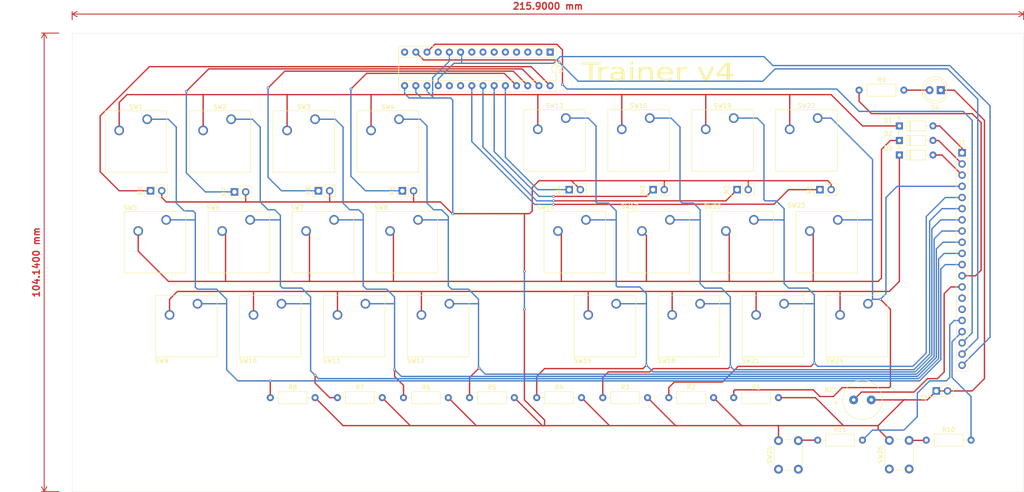
<source format=kicad_pcb>
(kicad_pcb (version 20240108) (generator "pcbnew") (generator_version "8.0")
  (title_block (title "TYPING TRAINER v3.1") (date "2024-07-10") (rev "3.1"))
  (layers (0 "F.Cu" signal) (31 "B.Cu" signal) (34 "B.Paste" user) (35 "F.Paste" user) (36 "B.SilkS" user "B.Silkscreen") (37 "F.SilkS" user "F.Silkscreen") (38 "B.Mask" user) (39 "F.Mask" user) (44 "Edge.Cuts" user))
  (net 0 "")
  (net 1 "GND")
  (net 2 "Net-(BZ1-+)")
  (net 3 "Net-(D1-K)")
  (net 4 "Net-(D1-A)")
  (net 5 "Net-(D2-K)")
  (net 6 "Net-(D2-A)")
  (net 7 "Net-(D3-K)")
  (net 8 "Net-(D3-A)")
  (net 9 "Net-(D4-A)")
  (net 10 "Net-(J1-Pin_8)")
  (net 11 "Net-(J1-Pin_17)")
  (net 12 "Net-(J1-Pin_12)")
  (net 13 "Net-(J1-Pin_9)")
  (net 14 "Net-(J1-Pin_5)")
  (net 15 "Net-(J1-Pin_11)")
  (net 16 "Net-(J1-Pin_19)")
  (net 17 "Net-(J1-Pin_6)")
  (net 19 "Net-(J1-Pin_16)")
  (net 20 "Net-(J1-Pin_7)")
  (net 21 "+5V")
  (net 22 "Net-(J1-Pin_4)")
  (net 23 "Net-(J1-Pin_10)")
  (net 24 "Net-(M1-+)")
  (net 25 "Net-(M2-+)")
  (net 26 "Net-(M3-+)")
  (net 27 "Net-(M4-+)")
  (net 28 "Net-(M5-+)")
  (net 29 "Net-(M6-+)")
  (net 30 "Net-(M7-+)")
  (net 31 "Net-(M8-+)")
  (net 32 "Net-(J1-Pin_18)")
  (net 34 "Net-(R10-Pad1)")
  (net 35 "Net-(R11-Pad1)")
  (footprint "Connector_PinHeader_2.54mm:PinHeader_1x02_P2.54mm_Vertical" (layer "F.Cu") (at 181.356 149.86 90)
    (property "Reference" "M4")
    (property "Value" "Motor_DC")
  )
  (footprint "Button_Switch_Keyboard:SW_Cherry_MX_1.00u_PCB" (layer "F.Cu") (at 108.966 156.718)
    (property "Reference" "SW6")
    (property "Value" "SW_DIP_x01")
  )
  (footprint "Button_Switch_Keyboard:SW_Cherry_MX_1.00u_PCB" (layer "F.Cu") (at 97.028 175.768)
    (property "Reference" "SW9")
    (property "Value" "SW_DIP_x01")
  )
  (footprint "Button_Switch_Keyboard:SW_Cherry_MX_1.00u_PCB" (layer "F.Cu") (at 218.694 133.604)
    (property "Reference" "SW19")
    (property "Value" "SW_DIP_x01")
  )
  (footprint "Button_Switch_Keyboard:SW_Cherry_MX_1.00u_PCB" (layer "F.Cu") (at 123.698 133.858)
    (property "Reference" "SW3")
    (property "Value" "SW_DIP_x01")
  )
  (footprint "Button_Switch_Keyboard:SW_Cherry_MX_1.00u_PCB" (layer "F.Cu") (at 223.266 156.718)
    (property "Reference" "SW20")
    (property "Value" "SW_DIP_x01")
  )
  (footprint "Resistor_THT:R_Axial_DIN0207_L6.3mm_D2.5mm_P10.16mm_Horizontal" (layer "F.Cu") (at 128.778 197.104)
    (property "Reference" "R7")
    (property "Value" "R")
  )
  (footprint "buzzer:XDCR_CMT-9648-85T" (layer "F.Cu") (at 247.904 197.612)
    (property "Reference" "BZ1")
    (property "Value" "Buzzer")
  )
  (footprint "Connector_PinHeader_2.54mm:PinHeader_1x20_P2.54mm_Vertical" (layer "F.Cu") (at 270.51 141.478)
    (property "Reference" "J1")
    (property "Value" "Conn_01x20_Pin")
  )
  (footprint "Connector_PinHeader_2.54mm:PinHeader_1x02_P2.54mm_Vertical" (layer "F.Cu") (at 264.663 195.58 90)
    (property "Reference" "J2")
    (property "Value" "Conn_01x02_Pin")
  )
  (footprint "Button_Switch_Keyboard:SW_Cherry_MX_1.00u_PCB" (layer "F.Cu") (at 242.316 156.718)
    (property "Reference" "SW23")
    (property "Value" "SW_DIP_x01")
  )
  (footprint "Resistor_THT:R_Axial_DIN0207_L6.3mm_D2.5mm_P10.16mm_Horizontal" (layer "F.Cu") (at 188.976 197.104)
    (property "Reference" "R3")
    (property "Value" "R")
  )
  (footprint "Button_Switch_Keyboard:SW_Cherry_MX_1.00u_PCB" (layer "F.Cu") (at 249.174 175.768)
    (property "Reference" "SW24")
    (property "Value" "SW_DIP_x01")
  )
  (footprint "Button_Switch_Keyboard:SW_Cherry_MX_1.00u_PCB" (layer "F.Cu") (at 230.124 175.768)
    (property "Reference" "SW21")
    (property "Value" "SW_DIP_x01")
  )
  (footprint "Diode_THT:D_DO-35_SOD27_P7.62mm_Horizontal" (layer "F.Cu") (at 256.286 135.382)
    (property "Reference" "D1")
    (property "Value" "1N4148")
  )
  (footprint "Button_Switch_Keyboard:SW_Cherry_MX_1.00u_PCB" (layer "F.Cu") (at 85.598 133.858)
    (property "Reference" "SW1")
    (property "Value" "SW_DIP_x01")
  )
  (footprint "Resistor_THT:R_Axial_DIN0207_L6.3mm_D2.5mm_P10.16mm_Horizontal" (layer "F.Cu") (at 203.962 197.104)
    (property "Reference" "R2")
    (property "Value" "R")
  )
  (footprint "Connector_PinHeader_2.54mm:PinHeader_1x02_P2.54mm_Vertical" (layer "F.Cu") (at 219.456 149.86 90)
    (property "Reference" "M2")
    (property "Value" "Motor_DC")
  )
  (footprint "LED_THT:LED_D5.0mm_FlatTop" (layer "F.Cu") (at 265.679 127.254 180)
    (property "Reference" "D4")
    (property "Value" "LED")
  )
  (footprint "Button_Switch_Keyboard:SW_Cherry_MX_1.00u_PCB" (layer "F.Cu") (at 211.074 175.768)
    (property "Reference" "SW18")
    (property "Value" "SW_DIP_x01")
  )
  (footprint "Button_Switch_Keyboard:SW_Cherry_MX_1.00u_PCB" (layer "F.Cu") (at 89.916 156.718)
    (property "Reference" "SW5")
    (property "Value" "SW_DIP_x01")
  )
  (footprint "Resistor_THT:R_Axial_DIN0207_L6.3mm_D2.5mm_P10.16mm_Horizontal" (layer "F.Cu") (at 262.382 206.756)
    (property "Reference" "R10")
    (property "Value" "R")
  )
  (footprint "Button_Switch_Keyboard:SW_Cherry_MX_1.00u_PCB" (layer "F.Cu") (at 199.644 133.604)
    (property "Reference" "SW16")
    (property "Value" "SW_DIP_x01")
  )
  (footprint "Button_Switch_Keyboard:SW_Cherry_MX_1.00u_PCB" (layer "F.Cu") (at 104.648 133.858)
    (property "Reference" "SW2")
    (property "Value" "SW_DIP_x01")
  )
  (footprint "Package_DIP:CERDIP-28_W7.62mm_SideBrazed_Socket" (layer "F.Cu") (at 177.038 118.618 -90)
    (property "Reference" "U2")
    (property "Value" "MCP23017_SP")
  )
  (footprint "Resistor_THT:R_Axial_DIN0207_L6.3mm_D2.5mm_P10.16mm_Horizontal" (layer "F.Cu") (at 143.764 197.104)
    (property "Reference" "R6")
    (property "Value" "R")
  )
  (footprint "MountingHole:MountingHole_3.2mm_M3" (layer "F.Cu") (at 276.86 210.82)
    (property "Reference" "H4" (hide yes))
    (property "Value" "MountingHole")
  )
  (footprint "Button_Switch_Keyboard:SW_Cherry_MX_1.00u_PCB" (layer "F.Cu") (at 237.744 133.604)
    (property "Reference" "SW22")
    (property "Value" "SW_DIP_x01")
  )
  (footprint "Resistor_THT:R_Axial_DIN0207_L6.3mm_D2.5mm_P10.16mm_Horizontal" (layer "F.Cu") (at 113.538 197.104)
    (property "Reference" "R8")
    (property "Value" "R")
  )
  (footprint "Diode_THT:D_DO-35_SOD27_P7.62mm_Horizontal" (layer "F.Cu") (at 256.286 138.684)
    (property "Reference" "D2")
    (property "Value" "1N4148")
  )
  (footprint "MountingHole:MountingHole_3.2mm_M3" (layer "F.Cu") (at 76.2 121.92)
    (property "Reference" "H1" (hide yes))
    (property "Value" "MountingHole")
  )
  (footprint "Button_Switch_Keyboard:SW_Cherry_MX_1.00u_PCB" (layer "F.Cu") (at 116.078 175.768)
    (property "Reference" "SW10")
    (property "Value" "SW_DIP_x01")
  )
  (footprint "Resistor_THT:R_Axial_DIN0207_L6.3mm_D2.5mm_P10.16mm_Horizontal" (layer "F.Cu") (at 158.75 197.104)
    (property "Reference" "R5")
    (property "Value" "R")
  )
  (footprint "MountingHole:MountingHole_3.2mm_M3" (layer "F.Cu") (at 76.2 210.82)
    (property "Reference" "H2" (hide yes))
    (property "Value" "MountingHole")
  )
  (footprint "MountingHole:MountingHole_3.2mm_M3" (layer "F.Cu") (at 276.86 121.92)
    (property "Reference" "H3" (hide yes))
    (property "Value" "MountingHole")
  )
  (footprint "Resistor_THT:R_Axial_DIN0207_L6.3mm_D2.5mm_P10.16mm_Horizontal" (layer "F.Cu") (at 218.694 197.104)
    (property "Reference" "R1")
    (property "Value" "R")
  )
  (footprint "Button_Switch_Keyboard:SW_Cherry_MX_1.00u_PCB" (layer "F.Cu") (at 192.024 175.768)
    (property "Reference" "SW15")
    (property "Value" "SW_DIP_x01")
  )
  (footprint "Button_Switch_Keyboard:SW_Cherry_MX_1.00u_PCB" (layer "F.Cu") (at 180.594 133.604)
    (property "Reference" "SW13")
    (property "Value" "SW_DIP_x01")
  )
  (footprint "Button_Switch_THT:SW_PUSH_6mm" (layer "F.Cu") (at 228.854 213.36 90)
    (property "Reference" "SW25")
    (property "Value" "SW_DIP_x02b")
  )
  (footprint "Connector_PinHeader_2.54mm:PinHeader_1x02_P2.54mm_Vertical" (layer "F.Cu") (at 124.46 150.114 90)
    (property "Reference" "M6")
    (property "Value" "Motor_DC")
  )
  (footprint "Button_Switch_Keyboard:SW_Cherry_MX_1.00u_PCB" (layer "F.Cu") (at 154.178 175.768)
    (property "Reference" "SW12")
    (property "Value" "SW_DIP_x01")
  )
  (footprint "Button_Switch_Keyboard:SW_Cherry_MX_1.00u_PCB" (layer "F.Cu") (at 128.016 156.718)
    (property "Reference" "SW7")
    (property "Value" "SW_DIP_x01")
  )
  (footprint "Diode_THT:D_DO-35_SOD27_P7.62mm_Horizontal" (layer "F.Cu") (at 256.286 141.986)
    (property "Reference" "D3")
    (property "Value" "1N4148")
  )
  (footprint "Connector_PinHeader_2.54mm:PinHeader_1x02_P2.54mm_Vertical" (layer "F.Cu") (at 143.51 150.114 90)
    (property "Reference" "M5")
    (property "Value" "Motor_DC")
  )
  (footprint "Button_Switch_Keyboard:SW_Cherry_MX_1.00u_PCB" (layer "F.Cu") (at 185.166 156.718)
    (property "Reference" "SW14")
    (property "Value" "SW_DIP_x01")
  )
  (footprint "Button_Switch_Keyboard:SW_Cherry_MX_1.00u_PCB" (layer "F.Cu") (at 204.216 156.718)
    (property "Reference" "SW17")
    (property "Value" "SW_DIP_x01")
  )
  (footprint "Button_Switch_Keyboard:SW_Cherry_MX_1.00u_PCB" (layer "F.Cu") (at 142.748 133.858)
    (property "Reference" "SW4")
    (property "Value" "SW_DIP_x01")
  )
  (footprint "Button_Switch_Keyboard:SW_Cherry_MX_1.00u_PCB" (layer "F.Cu") (at 147.066 156.718)
    (property "Reference" "SW8")
    (property "Value" "SW_DIP_x01")
  )
  (footprint "Resistor_THT:R_Axial_DIN0207_L6.3mm_D2.5mm_P10.16mm_Horizontal" (layer "F.Cu") (at 173.99 197.104)
    (property "Reference" "R4")
    (property "Value" "R")
  )
  (footprint "Connector_PinHeader_2.54mm:PinHeader_1x02_P2.54mm_Vertical" (layer "F.Cu") (at 105.41 150.368 90)
    (property "Reference" "M7")
    (property "Value" "Motor_DC")
  )
  (footprint "Button_Switch_THT:SW_PUSH_6mm" (layer "F.Cu") (at 254 213.308 90)
    (property "Reference" "SW26")
    (property "Value" "SW_DIP_x02b")
  )
  (footprint "Resistor_THT:R_Axial_DIN0207_L6.3mm_D2.5mm_P10.16mm_Horizontal" (layer "F.Cu") (at 247.142 127.254)
    (property "Reference" "R9")
    (property "Value" "R")
  )
  (footprint "Connector_PinHeader_2.54mm:PinHeader_1x02_P2.54mm_Vertical" (layer "F.Cu") (at 200.406 149.86 90)
    (property "Reference" "M3")
    (property "Value" "Motor_DC")
  )
  (footprint "Resistor_THT:R_Axial_DIN0207_L6.3mm_D2.5mm_P10.16mm_Horizontal" (layer "F.Cu") (at 237.744 206.756)
    (property "Reference" "R11")
    (property "Value" "R")
  )
  (footprint "Button_Switch_Keyboard:SW_Cherry_MX_1.00u_PCB" (layer "F.Cu") (at 135.128 175.768)
    (property "Reference" "SW11")
    (property "Value" "SW_DIP_x01")
  )
  (footprint "Connector_PinHeader_2.54mm:PinHeader_1x02_P2.54mm_Vertical" (layer "F.Cu") (at 86.36 150.114 90)
    (property "Reference" "M8")
    (property "Value" "Motor_DC")
  )
  (footprint "Connector_PinHeader_2.54mm:PinHeader_1x02_P2.54mm_Vertical" (layer "F.Cu") (at 238.252 149.86 90)
    (property "Reference" "M1")
    (property "Value" "Motor_DC")
  )
  (gr_rect (start 68.58 114.3) (end 284.48 218.44) (stroke (width 0.05)) (fill none) (layer "Edge.Cuts"))
  (gr_text "Trainer v4" (at 184.15 125.73 0) (layer "F.SilkS") (effects (font (size 4 5) (thickness 0.1)) (justify left bottom)))
  (dimension (type aligned) (layer "F.Cu") (pts (xy 68.58 111.76) (xy 284.48 111.76)) (height -1.778) (gr_text "215.9000 mm" (at 176.53 108.182 0) (layer "F.Cu") (effects (font (size 1.5 1.5) (thickness 0.3)))) (format (prefix "") (suffix "") (units 3) (units_format 1) (precision 4)) (style (thickness 0.2) (arrow_length 1.27) (text_position_mode 0) (extension_height 0.58642) (extension_offset 0.5) keep_text_aligned))
  (dimension (type aligned) (layer "F.Cu") (pts (xy 66.04 114.3) (xy 66.04 218.44)) (height 3.809999) (gr_text "104.1400 mm" (at 60.430001 166.37 90) (layer "F.Cu") (effects (font (size 1.5 1.5) (thickness 0.3)))) (format (prefix "") (suffix "") (units 3) (units_format 1) (precision 4)) (style (thickness 0.2) (arrow_length 1.27) (text_position_mode 0) (extension_height 0.58642) (extension_offset 0.5) keep_text_aligned))
  (segment (start 184.15 197.104) (end 190.5 203.454) (width 0.3) (layer "F.Cu") (net 1))
  (segment (start 181.864 147.828) (end 202.946 147.828) (width 0.3) (layer "F.Cu") (net 1))
  (segment (start 175.768 203.454) (end 190.5 203.454) (width 0.3) (layer "F.Cu") (net 1))
  (segment (start 214.122 197.104) (end 220.472 203.454) (width 0.3) (layer "F.Cu") (net 1))
  (segment (start 220.726 203.454) (end 228.6 203.454) (width 0.3) (layer "F.Cu") (net 1))
  (segment (start 174.498 147.828) (end 181.864 147.828) (width 0.3) (layer "F.Cu") (net 1))
  (segment (start 171.196 197.612) (end 171.196 191.008) (width 0.3) (layer "F.Cu") (net 1))
  (segment (start 172.974 154.686) (end 172.974 149.352) (width 0.3) (layer "F.Cu") (net 1))
  (segment (start 130.048 203.454) (end 145.288 203.454) (width 0.3) (layer "F.Cu") (net 1))
  (segment (start 251.46 204.268) (end 251.46 203.454) (width 0.3) (layer "F.Cu") (net 1))
  (segment (start 127 152.654) (end 107.95 152.654) (width 0.3) (layer "F.Cu") (net 1))
  (segment (start 251.46 203.454) (end 257.302 197.612) (width 0.3) (layer "F.Cu") (net 1))
  (segment (start 275.59 192.786) (end 272.796 195.58) (width 0.3) (layer "F.Cu") (net 1))
  (segment (start 153.924 197.104) (end 160.274 203.454) (width 0.3) (layer "F.Cu") (net 1))
  (segment (start 123.698 197.104) (end 130.048 203.454) (width 0.3) (layer "F.Cu") (net 1))
  (segment (start 264.663 195.58) (end 267.203 195.58) (width 0.3) (layer "F.Cu") (net 1))
  (segment (start 205.486 203.454) (end 205.74 203.454) (width 0.3) (layer "F.Cu") (net 1))
  (segment (start 154.94 155.314) (end 154.806 155.314) (width 0.3) (layer "F.Cu") (net 1))
  (segment (start 220.472 203.454) (end 220.726 203.454) (width 0.3) (layer "F.Cu") (net 1))
  (segment (start 202.946 149.86) (end 202.946 147.828) (width 0.3) (layer "F.Cu") (net 1))
  (segment (start 175.768 203.454) (end 175.768 202.184) (width 0.3) (layer "F.Cu") (net 1))
  (segment (start 228.854 197.104) (end 237.236 197.104) (width 0.3) (layer "F.Cu") (net 1))
  (segment (start 145.288 203.454) (end 160.274 203.454) (width 0.3) (layer "F.Cu") (net 1))
  (segment (start 221.996 149.86) (end 221.996 147.828) (width 0.3) (layer "F.Cu") (net 1))
  (segment (start 172.974 149.352) (end 174.498 147.828) (width 0.3) (layer "F.Cu") (net 1))
  (segment (start 190.5 203.454) (end 205.74 203.454) (width 0.3) (layer "F.Cu") (net 1))
  (segment (start 146.05 152.654) (end 127 152.654) (width 0.3) (layer "F.Cu") (net 1))
  (segment (start 240.03 147.828) (end 240.792 148.59) (width 0.3) (layer "F.Cu") (net 1))
  (segment (start 237.236 197.104) (end 243.586 203.454) (width 0.3) (layer "F.Cu") (net 1))
  (segment (start 164.204 155.314) (end 171.196 155.314) (width 0.3) (layer "F.Cu") (net 1))
  (segment (start 183.896 149.86) (end 181.864 147.828) (width 0.3) (layer "F.Cu") (net 1))
  (segment (start 171.196 168.402) (end 171.196 155.314) (width 0.3) (layer "F.Cu") (net 1))
  (segment (start 107.95 150.368) (end 107.95 152.654) (width 0.3) (layer "F.Cu") (net 1))
  (segment (start 199.136 197.104) (end 205.486 203.454) (width 0.3) (layer "F.Cu") (net 1))
  (segment (start 164.204 155.314) (end 154.94 155.314) (width 0.3) (layer "F.Cu") (net 1))
  (segment (start 221.996 147.828) (end 240.03 147.828) (width 0.3) (layer "F.Cu") (net 1))
  (segment (start 168.91 197.104) (end 175.26 203.454) (width 0.3) (layer "F.Cu") (net 1))
  (segment (start 107.95 152.654) (end 89.916 152.654) (width 0.3) (layer "F.Cu") (net 1))
  (segment (start 89.916 152.654) (end 88.9 151.638) (width 0.3) (layer "F.Cu") (net 1))
  (segment (start 257.556 197.612) (end 262.631 197.612) (width 0.3) (layer "F.Cu") (net 1))
  (segment (start 171.196 155.314) (end 172.346 155.314) (width 0.3) (layer "F.Cu") (net 1))
  (segment (start 160.274 203.454) (end 175.514 203.454) (width 0.3) (layer "F.Cu") (net 1))
  (segment (start 154.806 155.314) (end 152.146 152.654) (width 0.3) (layer "F.Cu") (net 1))
  (segment (start 172.212 198.628) (end 171.196 197.612) (width 0.3) (layer "F.Cu") (net 1))
  (segment (start 171.196 191.008) (end 171.196 177.038) (width 0.3) (layer "F.Cu") (net 1))
  (segment (start 127 150.114) (end 127 152.654) (width 0.3) (layer "F.Cu") (net 1))
  (segment (start 228.6 203.454) (end 228.854 203.454) (width 0.3) (layer "F.Cu") (net 1))
  (segment (start 257.302 197.612) (end 257.556 197.612) (width 0.3) (layer "F.Cu") (net 1))
  (segment (start 146.05 150.114) (end 146.05 152.654) (width 0.3) (layer "F.Cu") (net 1))
  (segment (start 175.26 203.454) (end 175.514 203.454) (width 0.3) (layer "F.Cu") (net 1))
  (segment (start 228.854 203.454) (end 243.586 203.454) (width 0.3) (layer "F.Cu") (net 1))
  (segment (start 254 206.808) (end 251.46 204.268) (width 0.3) (layer "F.Cu") (net 1))
  (segment (start 265.679 127.254) (end 268.732 127.254) (width 0.3) (layer "F.Cu") (net 1))
  (segment (start 275.59 134.112) (end 275.59 192.786) (width 0.3) (layer "F.Cu") (net 1))
  (segment (start 175.514 203.454) (end 175.768 203.454) (width 0.3) (layer "F.Cu") (net 1))
  (segment (start 262.631 197.612) (end 264.663 195.58) (width 0.3) (layer "F.Cu") (net 1))
  (segment (start 172.346 155.314) (end 172.974 154.686) (width 0.3) (layer "F.Cu") (net 1))
  (segment (start 175.768 202.184) (end 172.212 198.628) (width 0.3) (layer "F.Cu") (net 1))
  (segment (start 272.796 195.58) (end 267.203 195.58) (width 0.3) (layer "F.Cu") (net 1))
  (segment (start 205.74 203.454) (end 220.726 203.454) (width 0.3) (layer "F.Cu") (net 1))
  (segment (start 243.586 203.454) (end 251.46 203.454) (width 0.3) (layer "F.Cu") (net 1))
  (segment (start 228.854 206.86) (end 228.854 203.454) (width 0.3) (layer "F.Cu") (net 1))
  (segment (start 152.146 152.654) (end 146.05 152.654) (width 0.3) (layer "F.Cu") (net 1))
  (segment (start 202.946 147.828) (end 221.996 147.828) (width 0.3) (layer "F.Cu") (net 1))
  (segment (start 249.904 197.612) (end 257.556 197.612) (width 0.3) (layer "F.Cu") (net 1))
  (segment (start 268.732 127.254) (end 275.59 134.112) (width 0.3) (layer "F.Cu") (net 1))
  (segment (start 88.9 151.638) (end 88.9 150.114) (width 0.3) (layer "F.Cu") (net 1))
  (segment (start 240.792 148.59) (end 240.792 149.86) (width 0.3) (layer "F.Cu") (net 1))
  (segment (start 138.938 197.104) (end 145.288 203.454) (width 0.3) (layer "F.Cu") (net 1))
  (via (at 171.196 177.038) (size 0.6) (drill 0.3) (layers "F.Cu" "B.Cu") (net 1))
  (via (at 171.196 168.402) (size 0.6) (drill 0.3) (layers "F.Cu" "B.Cu") (net 1))
  (via (at 154.94 155.314) (size 0.6) (drill 0.3) (layers "F.Cu" "B.Cu") (net 1))
  (segment (start 154.432 129.032) (end 150.622 129.032) (width 0.3) (layer "B.Cu") (net 1))
  (segment (start 154.178 120.65) (end 150.368 124.46) (width 0.3) (layer "B.Cu") (net 1))
  (segment (start 154.178 118.618) (end 154.178 120.65) (width 0.3) (layer "B.Cu") (net 1))
  (segment (start 171.196 177.038) (end 171.196 168.402) (width 0.3) (layer "B.Cu") (net 1))
  (segment (start 146.558 127.762) (end 147.828 129.032) (width 0.3) (layer "B.Cu") (net 1))
  (segment (start 150.368 128.778) (end 150.622 129.032) (width 0.3) (layer "B.Cu") (net 1))
  (segment (start 150.622 129.032) (end 149.098 127.508) (width 0.3) (layer "B.Cu") (net 1))
  (segment (start 144.018 128.016) (end 145.034 129.032) (width 0.3) (layer "B.Cu") (net 1))
  (segment (start 145.034 129.032) (end 147.828 129.032) (width 0.3) (layer "B.Cu") (net 1))
  (segment (start 150.368 124.46) (end 150.368 128.778) (width 0.3) (layer "B.Cu") (net 1))
  (segment (start 144.018 126.238) (end 144.018 128.016) (width 0.3) (layer "B.Cu") (net 1))
  (segment (start 154.94 155.314) (end 154.94 129.54) (width 0.3) (layer "B.Cu") (net 1))
  (segment (start 147.828 129.032) (end 150.622 129.032) (width 0.3) (layer "B.Cu") (net 1))
  (segment (start 149.098 127.508) (end 149.098 126.238) (width 0.3) (layer "B.Cu") (net 1))
  (segment (start 154.94 129.54) (end 154.432 129.032) (width 0.3) (layer "B.Cu") (net 1))
  (segment (start 146.558 126.238) (end 146.558 127.762) (width 0.3) (layer "B.Cu") (net 1))
  (segment (start 266.446 191.262) (end 266.446 173.482) (width 0.3) (layer "F.Cu") (net 2))
  (segment (start 267.97 171.958) (end 270.51 171.958) (width 0.3) (layer "F.Cu") (net 2))
  (segment (start 266.446 173.482) (end 267.97 171.958) (width 0.3) (layer "F.Cu") (net 2))
  (segment (start 264.922 192.786) (end 266.446 191.262) (width 0.3) (layer "F.Cu") (net 2))
  (segment (start 259.588 195.834) (end 262.636 192.786) (width 0.3) (layer "F.Cu") (net 2))
  (segment (start 262.636 192.786) (end 264.922 192.786) (width 0.3) (layer "F.Cu") (net 2))
  (segment (start 245.904 197.612) (end 247.682 195.834) (width 0.3) (layer "F.Cu") (net 2))
  (segment (start 247.682 195.834) (end 259.588 195.834) (width 0.3) (layer "F.Cu") (net 2))
  (segment (start 174.244 136.144) (end 174.244 128.27) (width 0.3) (layer "F.Cu") (net 3))
  (segment (start 174.244 128.27) (end 136.398 128.27) (width 0.3) (layer "F.Cu") (net 3))
  (segment (start 256.286 135.382) (end 247.904 135.382) (width 0.3) (layer "F.Cu") (net 3))
  (segment (start 193.294 128.27) (end 174.244 128.27) (width 0.3) (layer "F.Cu") (net 3))
  (segment (start 136.398 128.27) (end 117.348 128.27) (width 0.3) (layer "F.Cu") (net 3))
  (segment (start 240.792 128.27) (end 231.394 128.27) (width 0.3) (layer "F.Cu") (net 3))
  (segment (start 98.298 136.398) (end 98.298 128.27) (width 0.3) (layer "F.Cu") (net 3))
  (segment (start 212.344 136.144) (end 212.344 128.27) (width 0.3) (layer "F.Cu") (net 3))
  (segment (start 212.344 128.27) (end 193.294 128.27) (width 0.3) (layer "F.Cu") (net 3))
  (segment (start 98.298 128.27) (end 81.026 128.27) (width 0.3) (layer "F.Cu") (net 3))
  (segment (start 231.394 128.27) (end 212.344 128.27) (width 0.3) (layer "F.Cu") (net 3))
  (segment (start 247.904 135.382) (end 240.792 128.27) (width 0.3) (layer "F.Cu") (net 3))
  (segment (start 79.248 130.048) (end 79.248 136.398) (width 0.3) (layer "F.Cu") (net 3))
  (segment (start 117.348 128.27) (end 98.298 128.27) (width 0.3) (layer "F.Cu") (net 3))
  (segment (start 117.348 136.398) (end 117.348 128.27) (width 0.3) (layer "F.Cu") (net 3))
  (segment (start 193.294 136.144) (end 193.294 128.27) (width 0.3) (layer "F.Cu") (net 3))
  (segment (start 136.398 136.398) (end 136.398 128.27) (width 0.3) (layer "F.Cu") (net 3))
  (segment (start 81.026 128.27) (end 79.248 130.048) (width 0.3) (layer "F.Cu") (net 3))
  (segment (start 231.394 136.144) (end 231.394 128.27) (width 0.3) (layer "F.Cu") (net 3))
  (segment (start 265.43 135.382) (end 270.51 140.462) (width 0.3) (layer "F.Cu") (net 4))
  (segment (start 270.51 140.462) (end 270.51 141.478) (width 0.3) (layer "F.Cu") (net 4))
  (segment (start 263.906 135.382) (end 265.43 135.382) (width 0.3) (layer "F.Cu") (net 4))
  (segment (start 178.816 159.258) (end 179.578 160.02) (width 0.3) (layer "F.Cu") (net 5))
  (segment (start 197.866 159.258) (end 198.882 160.274) (width 0.3) (layer "F.Cu") (net 5))
  (segment (start 103.378 170.688) (end 122.428 170.688) (width 0.3) (layer "F.Cu") (net 5))
  (segment (start 235.966 159.258) (end 236.728 160.02) (width 0.3) (layer "F.Cu") (net 5))
  (segment (start 236.728 170.688) (end 251.46 170.688) (width 0.3) (layer "F.Cu") (net 5))
  (segment (start 103.378 160.02) (end 103.378 170.688) (width 0.3) (layer "F.Cu") (net 5))
  (segment (start 83.566 159.258) (end 83.566 163.83) (width 0.3) (layer "F.Cu") (net 5))
  (segment (start 102.616 159.258) (end 103.378 160.02) (width 0.3) (layer "F.Cu") (net 5))
  (segment (start 216.916 159.258) (end 217.678 160.02) (width 0.3) (layer "F.Cu") (net 5))
  (segment (start 140.716 159.258) (end 141.478 160.02) (width 0.3) (layer "F.Cu") (net 5))
  (segment (start 179.578 170.688) (end 198.882 170.688) (width 0.3) (layer "F.Cu") (net 5))
  (segment (start 121.666 159.258) (end 122.428 160.02) (width 0.3) (layer "F.Cu") (net 5))
  (segment (start 236.728 160.02) (end 236.728 170.688) (width 0.3) (layer "F.Cu") (net 5))
  (segment (start 83.566 163.83) (end 90.424 170.688) (width 0.3) (layer "F.Cu") (net 5))
  (segment (start 179.578 160.02) (end 179.578 170.688) (width 0.3) (layer "F.Cu") (net 5))
  (segment (start 217.678 170.688) (end 236.728 170.688) (width 0.3) (layer "F.Cu") (net 5))
  (segment (start 141.478 160.02) (end 141.478 170.688) (width 0.3) (layer "F.Cu") (net 5))
  (segment (start 252.222 169.926) (end 252.222 140.716) (width 0.3) (layer "F.Cu") (net 5))
  (segment (start 141.478 170.688) (end 179.578 170.688) (width 0.3) (layer "F.Cu") (net 5))
  (segment (start 198.882 170.688) (end 217.678 170.688) (width 0.3) (layer "F.Cu") (net 5))
  (segment (start 122.428 170.688) (end 141.478 170.688) (width 0.3) (layer "F.Cu") (net 5))
  (segment (start 122.428 160.02) (end 122.428 170.688) (width 0.3) (layer "F.Cu") (net 5))
  (segment (start 251.46 170.688) (end 252.222 169.926) (width 0.3) (layer "F.Cu") (net 5))
  (segment (start 254.254 138.684) (end 256.286 138.684) (width 0.3) (layer "F.Cu") (net 5))
  (segment (start 198.882 160.274) (end 198.882 170.688) (width 0.3) (layer "F.Cu") (net 5))
  (segment (start 252.222 140.716) (end 254.254 138.684) (width 0.3) (layer "F.Cu") (net 5))
  (segment (start 90.424 170.688) (end 103.378 170.688) (width 0.3) (layer "F.Cu") (net 5))
  (segment (start 217.678 160.02) (end 217.678 170.688) (width 0.3) (layer "F.Cu") (net 5))
  (segment (start 265.176 138.684) (end 270.51 144.018) (width 0.3) (layer "F.Cu") (net 6))
  (segment (start 263.906 138.684) (end 265.176 138.684) (width 0.3) (layer "F.Cu") (net 6))
  (segment (start 254 172.974) (end 242.824 172.974) (width 0.3) (layer "F.Cu") (net 7))
  (segment (start 147.828 178.308) (end 147.828 172.974) (width 0.3) (layer "F.Cu") (net 7))
  (segment (start 185.674 172.974) (end 147.828 172.974) (width 0.3) (layer "F.Cu") (net 7))
  (segment (start 223.774 178.308) (end 223.774 172.974) (width 0.3) (layer "F.Cu") (net 7))
  (segment (start 128.778 172.974) (end 109.728 172.974) (width 0.3) (layer "F.Cu") (net 7))
  (segment (start 242.824 172.974) (end 223.774 172.974) (width 0.3) (layer "F.Cu") (net 7))
  (segment (start 109.728 172.974) (end 92.456 172.974) (width 0.3) (layer "F.Cu") (net 7))
  (segment (start 204.724 178.308) (end 204.724 172.974) (width 0.3) (layer "F.Cu") (net 7))
  (segment (start 185.674 178.308) (end 185.674 172.974) (width 0.3) (layer "F.Cu") (net 7))
  (segment (start 242.824 178.308) (end 242.824 172.974) (width 0.3) (layer "F.Cu") (net 7))
  (segment (start 223.774 172.974) (end 204.724 172.974) (width 0.3) (layer "F.Cu") (net 7))
  (segment (start 90.678 174.752) (end 90.678 178.308) (width 0.3) (layer "F.Cu") (net 7))
  (segment (start 256.286 170.688) (end 254 172.974) (width 0.3) (layer "F.Cu") (net 7))
  (segment (start 128.778 178.308) (end 128.778 172.974) (width 0.3) (layer "F.Cu") (net 7))
  (segment (start 147.828 172.974) (end 128.778 172.974) (width 0.3) (layer "F.Cu") (net 7))
  (segment (start 109.728 178.308) (end 109.728 172.974) (width 0.3) (layer "F.Cu") (net 7))
  (segment (start 92.456 172.974) (end 90.678 174.752) (width 0.3) (layer "F.Cu") (net 7))
  (segment (start 204.724 172.974) (end 185.674 172.974) (width 0.3) (layer "F.Cu") (net 7))
  (segment (start 256.286 141.986) (end 256.286 170.688) (width 0.3) (layer "F.Cu") (net 7))
  (segment (start 265.938 141.986) (end 270.51 146.558) (width 0.3) (layer "F.Cu") (net 8))
  (segment (start 263.906 141.986) (end 265.938 141.986) (width 0.3) (layer "F.Cu") (net 8))
  (segment (start 257.302 127.254) (end 263.139 127.254) (width 0.3) (layer "F.Cu") (net 9))
  (segment (start 158.75 192.532) (end 160.909 190.373) (width 0.3) (layer "F.Cu") (net 10))
  (segment (start 158.75 197.104) (end 158.75 192.532) (width 0.3) (layer "F.Cu") (net 10))
  (via (at 160.909 190.373) (size 0.6) (drill 0.3) (layers "F.Cu" "B.Cu") (net 10))
  (segment (start 260.150894 191.77) (end 264.16 187.760894) (width 0.3) (layer "B.Cu") (net 10))
  (segment (start 142.748 133.858) (end 147.574 133.858) (width 0.3) (layer "B.Cu") (net 10))
  (segment (start 147.574 133.858) (end 149.098 135.382) (width 0.3) (layer "B.Cu") (net 10))
  (segment (start 154.178 175.768) (end 160.782 175.768) (width 0.3) (layer "B.Cu") (net 10))
  (segment (start 264.16 161.036) (end 265.938 159.258) (width 0.3) (layer "B.Cu") (net 10))
  (segment (start 264.16 187.760894) (end 264.16 161.036) (width 0.3) (layer "B.Cu") (net 10))
  (segment (start 265.938 159.258) (end 270.51 159.258) (width 0.3) (layer "B.Cu") (net 10))
  (segment (start 147.066 156.718) (end 153.924 156.718) (width 0.3) (layer "B.Cu") (net 10))
  (segment (start 149.098 135.382) (end 149.098 152.908) (width 0.3) (layer "B.Cu") (net 10))
  (segment (start 162.306 191.77) (end 260.150894 191.77) (width 0.3) (layer "B.Cu") (net 10))
  (segment (start 160.909 190.373) (end 162.306 191.77) (width 0.3) (layer "B.Cu") (net 10))
  (segment (start 153.924 156.718) (end 153.924 171.704) (width 0.3) (layer "B.Cu") (net 10))
  (segment (start 153.924 171.704) (end 154.686 172.466) (width 0.3) (layer "B.Cu") (net 10))
  (segment (start 153.924 155.956) (end 153.924 156.718) (width 0.3) (layer "B.Cu") (net 10))
  (segment (start 158.496 172.466) (end 160.782 174.752) (width 0.3) (layer "B.Cu") (net 10))
  (segment (start 154.686 172.466) (end 158.496 172.466) (width 0.3) (layer "B.Cu") (net 10))
  (segment (start 160.782 175.768) (end 160.782 190.246) (width 0.3) (layer "B.Cu") (net 10))
  (segment (start 160.782 174.752) (end 160.782 175.768) (width 0.3) (layer "B.Cu") (net 10))
  (segment (start 150.622 154.432) (end 152.4 154.432) (width 0.3) (layer "B.Cu") (net 10))
  (segment (start 160.782 190.246) (end 160.909 190.373) (width 0.3) (layer "B.Cu") (net 10))
  (segment (start 149.098 152.908) (end 150.622 154.432) (width 0.3) (layer "B.Cu") (net 10))
  (segment (start 152.4 154.432) (end 153.924 155.956) (width 0.3) (layer "B.Cu") (net 10))
  (segment (start 272.542 196.85) (end 272.542 206.756) (width 0.3) (layer "B.Cu") (net 11))
  (segment (start 268.224 192.532) (end 272.542 196.85) (width 0.3) (layer "B.Cu") (net 11))
  (segment (start 268.224 184.404) (end 268.224 192.532) (width 0.3) (layer "B.Cu") (net 11))
  (segment (start 270.51 182.118) (end 268.224 184.404) (width 0.3) (layer "B.Cu") (net 11))
  (segment (start 272.796 132.588) (end 249.936 132.588) (width 0.3) (layer "F.Cu") (net 12))
  (segment (start 274.828 168.148) (end 274.828 134.62) (width 0.3) (layer "F.Cu") (net 12))
  (segment (start 273.558 169.418) (end 274.828 168.148) (width 0.3) (layer "F.Cu") (net 12))
  (segment (start 270.51 169.418) (end 273.558 169.418) (width 0.3) (layer "F.Cu") (net 12))
  (segment (start 247.142 129.794) (end 247.142 127.254) (width 0.3) (layer "F.Cu") (net 12))
  (segment (start 274.828 134.62) (end 272.796 132.588) (width 0.3) (layer "F.Cu") (net 12))
  (segment (start 249.936 132.588) (end 247.142 129.794) (width 0.3) (layer "F.Cu") (net 12))
  (segment (start 143.764 194.31) (end 141.732 192.278) (width 0.3) (layer "F.Cu") (net 13))
  (segment (start 143.764 197.104) (end 143.764 194.31) (width 0.3) (layer "F.Cu") (net 13))
  (segment (start 141.732 192.278) (end 141.732 190.754) (width 0.3) (layer "F.Cu") (net 13))
  (via (at 141.732 190.754) (size 0.6) (drill 0.3) (layers "F.Cu" "B.Cu") (net 13))
  (segment (start 134.62 171.704) (end 135.382 172.466) (width 0.3) (layer "B.Cu") (net 13))
  (segment (start 264.668 163.322) (end 266.192 161.798) (width 0.3) (layer "B.Cu") (net 13))
  (segment (start 123.698 133.858) (end 128.27 133.858) (width 0.3) (layer "B.Cu") (net 13))
  (segment (start 130.048 135.636) (end 130.048 152.908) (width 0.3) (layer "B.Cu") (net 13))
  (segment (start 141.732 174.244) (end 141.732 175.768) (width 0.3) (layer "B.Cu") (net 13))
  (segment (start 141.732 175.768) (end 141.732 190.754) (width 0.3) (layer "B.Cu") (net 13))
  (segment (start 134.62 156.718) (end 134.62 171.704) (width 0.3) (layer "B.Cu") (net 13))
  (segment (start 128.27 133.858) (end 130.048 135.636) (width 0.3) (layer "B.Cu") (net 13))
  (segment (start 134.62 155.448) (end 134.62 156.718) (width 0.3) (layer "B.Cu") (net 13))
  (segment (start 143.256 192.278) (end 260.35 192.278) (width 0.3) (layer "B.Cu") (net 13))
  (segment (start 139.954 172.466) (end 141.732 174.244) (width 0.3) (layer "B.Cu") (net 13))
  (segment (start 133.604 154.432) (end 134.62 155.448) (width 0.3) (layer "B.Cu") (net 13))
  (segment (start 141.732 190.754) (end 143.256 192.278) (width 0.3) (layer "B.Cu") (net 13))
  (segment (start 266.192 161.798) (end 270.51 161.798) (width 0.3) (layer "B.Cu") (net 13))
  (segment (start 135.128 175.768) (end 141.732 175.768) (width 0.3) (layer "B.Cu") (net 13))
  (segment (start 260.35 192.278) (end 264.668 187.96) (width 0.3) (layer "B.Cu") (net 13))
  (segment (start 264.668 187.96) (end 264.668 163.322) (width 0.3) (layer "B.Cu") (net 13))
  (segment (start 131.572 154.432) (end 133.604 154.432) (width 0.3) (layer "B.Cu") (net 13))
  (segment (start 128.016 156.718) (end 134.62 156.718) (width 0.3) (layer "B.Cu") (net 13))
  (segment (start 130.048 152.908) (end 131.572 154.432) (width 0.3) (layer "B.Cu") (net 13))
  (segment (start 135.382 172.466) (end 139.954 172.466) (width 0.3) (layer "B.Cu") (net 13))
  (segment (start 205.232 193.548) (end 216.154 193.548) (width 0.3) (layer "F.Cu") (net 14))
  (segment (start 219.71 189.992) (end 236.22 189.992) (width 0.3) (layer "F.Cu") (net 14))
  (segment (start 203.962 194.818) (end 205.232 193.548) (width 0.3) (layer "F.Cu") (net 14))
  (segment (start 236.22 189.992) (end 236.982 189.23) (width 0.3) (layer "F.Cu") (net 14))
  (segment (start 216.154 193.548) (end 219.71 189.992) (width 0.3) (layer "F.Cu") (net 14))
  (segment (start 203.962 197.104) (end 203.962 194.818) (width 0.3) (layer "F.Cu") (net 14))
  (via (at 236.982 189.23) (size 0.6) (drill 0.3) (layers "F.Cu" "B.Cu") (net 14))
  (segment (start 230.124 175.768) (end 236.982 175.768) (width 0.3) (layer "B.Cu") (net 14))
  (segment (start 225.806 152.4) (end 228.346 152.4) (width 0.3) (layer "B.Cu") (net 14))
  (segment (start 231.14 172.212) (end 235.458 172.212) (width 0.3) (layer "B.Cu") (net 14))
  (segment (start 224.028 133.604) (end 225.552 135.128) (width 0.3) (layer "B.Cu") (net 14))
  (segment (start 228.346 152.4) (end 230.124 154.178) (width 0.3) (layer "B.Cu") (net 14))
  (segment (start 236.982 189.23) (end 237.744 189.992) (width 0.3) (layer "B.Cu") (net 14))
  (segment (start 230.124 171.196) (end 231.14 172.212) (width 0.3) (layer "B.Cu") (net 14))
  (segment (start 262.382 155.956) (end 266.7 151.638) (width 0.3) (layer "B.Cu") (net 14))
  (segment (start 225.552 135.128) (end 225.552 152.146) (width 0.3) (layer "B.Cu") (net 14))
  (segment (start 225.552 152.146) (end 225.806 152.4) (width 0.3) (layer "B.Cu") (net 14))
  (segment (start 223.266 156.718) (end 229.87 156.718) (width 0.3) (layer "B.Cu") (net 14))
  (segment (start 236.982 173.736) (end 236.982 175.006) (width 0.3) (layer "B.Cu") (net 14))
  (segment (start 236.982 175.768) (end 236.982 189.23) (width 0.3) (layer "B.Cu") (net 14))
  (segment (start 266.7 151.638) (end 270.51 151.638) (width 0.3) (layer "B.Cu") (net 14))
  (segment (start 237.744 189.992) (end 259.334 189.992) (width 0.3) (layer "B.Cu") (net 14))
  (segment (start 218.694 133.604) (end 224.028 133.604) (width 0.3) (layer "B.Cu") (net 14))
  (segment (start 236.982 175.006) (end 236.982 175.768) (width 0.3) (layer "B.Cu") (net 14))
  (segment (start 235.458 172.212) (end 236.982 173.736) (width 0.3) (layer "B.Cu") (net 14))
  (segment (start 230.124 154.178) (end 230.124 156.972) (width 0.3) (layer "B.Cu") (net 14))
  (segment (start 259.334 189.992) (end 262.382 186.944) (width 0.3) (layer "B.Cu") (net 14))
  (segment (start 230.124 156.972) (end 230.124 171.196) (width 0.3) (layer "B.Cu") (net 14))
  (segment (start 262.382 186.944) (end 262.382 155.956) (width 0.3) (layer "B.Cu") (net 14))
  (segment (start 229.87 156.718) (end 230.124 156.972) (width 0.3) (layer "B.Cu") (net 14))
  (segment (start 113.538 197.104) (end 113.538 193.294) (width 0.3) (layer "F.Cu") (net 15))
  (via (at 113.538 193.294) (size 0.6) (drill 0.3) (layers "F.Cu" "B.Cu") (net 15))
  (segment (start 92.202 135.636) (end 92.202 152.908) (width 0.3) (layer "B.Cu") (net 15))
  (segment (start 103.632 174.752) (end 103.632 175.768) (width 0.3) (layer "B.Cu") (net 15))
  (segment (start 96.52 155.194) (end 96.52 156.718) (width 0.3) (layer "B.Cu") (net 15))
  (segment (start 85.598 133.858) (end 90.424 133.858) (width 0.3) (layer "B.Cu") (net 15))
  (segment (start 260.858 193.294) (end 265.684 188.468) (width 0.3) (layer "B.Cu") (net 15))
  (segment (start 265.684 167.894) (end 266.7 166.878) (width 0.3) (layer "B.Cu") (net 15))
  (segment (start 106.172 193.294) (end 113.538 193.294) (width 0.3) (layer "B.Cu") (net 15))
  (segment (start 89.916 156.718) (end 96.52 156.718) (width 0.3) (layer "B.Cu") (net 15))
  (segment (start 97.028 175.768) (end 103.632 175.768) (width 0.3) (layer "B.Cu") (net 15))
  (segment (start 97.028 172.466) (end 101.346 172.466) (width 0.3) (layer "B.Cu") (net 15))
  (segment (start 113.538 193.294) (end 260.858 193.294) (width 0.3) (layer "B.Cu") (net 15))
  (segment (start 266.7 166.878) (end 270.51 166.878) (width 0.3) (layer "B.Cu") (net 15))
  (segment (start 93.98 154.686) (end 96.012 154.686) (width 0.3) (layer "B.Cu") (net 15))
  (segment (start 96.012 154.686) (end 96.52 155.194) (width 0.3) (layer "B.Cu") (net 15))
  (segment (start 92.202 152.908) (end 93.98 154.686) (width 0.3) (layer "B.Cu") (net 15))
  (segment (start 90.424 133.858) (end 92.202 135.636) (width 0.3) (layer "B.Cu") (net 15))
  (segment (start 96.52 171.958) (end 97.028 172.466) (width 0.3) (layer "B.Cu") (net 15))
  (segment (start 103.632 175.768) (end 103.632 190.754) (width 0.3) (layer "B.Cu") (net 15))
  (segment (start 103.632 190.754) (end 106.172 193.294) (width 0.3) (layer "B.Cu") (net 15))
  (segment (start 265.684 188.468) (end 265.684 167.894) (width 0.3) (layer "B.Cu") (net 15))
  (segment (start 96.52 156.718) (end 96.52 171.958) (width 0.3) (layer "B.Cu") (net 15))
  (segment (start 101.346 172.466) (end 103.632 174.752) (width 0.3) (layer "B.Cu") (net 15))
  (segment (start 148.336 120.396) (end 153.416 120.396) (width 0.3) (layer "F.Cu") (net 16))
  (segment (start 178.562 120.396) (end 179.07 120.904) (width 0.3) (layer "F.Cu") (net 16))
  (segment (start 146.558 118.618) (end 148.336 120.396) (width 0.3) (layer "F.Cu") (net 16))
  (segment (start 153.416 120.396) (end 178.562 120.396) (width 0.3) (layer "F.Cu") (net 16))
  (via (at 179.07 120.904) (size 0.6) (drill 0.3) (layers "F.Cu" "B.Cu") (net 16))
  (segment (start 225.298 125.222) (end 228.092 122.428) (width 0.3) (layer "B.Cu") (net 16))
  (segment (start 228.092 122.428) (end 267.208 122.428) (width 0.3) (layer "B.Cu") (net 16))
  (segment (start 179.07 120.904) (end 183.388 125.222) (width 0.3) (layer "B.Cu") (net 16))
  (segment (start 183.388 125.222) (end 225.298 125.222) (width 0.3) (layer "B.Cu") (net 16))
  (segment (start 274.066 183.642) (end 270.51 187.198) (width 0.3) (layer "B.Cu") (net 16))
  (segment (start 267.208 122.428) (end 274.066 129.286) (width 0.3) (layer "B.Cu") (net 16))
  (segment (start 274.066 129.286) (end 274.066 183.642) (width 0.3) (layer "B.Cu") (net 16))
  (segment (start 217.424 190.5) (end 217.932 189.992) (width 0.3) (layer "F.Cu") (net 17))
  (segment (start 200.406 190.5) (end 217.424 190.5) (width 0.3) (layer "F.Cu") (net 17))
  (segment (start 188.976 197.104) (end 188.976 192.532) (width 0.3) (layer "F.Cu") (net 17))
  (segment (start 188.976 192.532) (end 190.246 191.262) (width 0.3) (layer "F.Cu") (net 17))
  (segment (start 199.644 191.262) (end 200.406 190.5) (width 0.3) (layer "F.Cu") (net 17))
  (segment (start 190.246 191.262) (end 199.644 191.262) (width 0.3) (layer "F.Cu") (net 17))
  (via (at 217.932 189.992) (size 0.6) (drill 0.3) (layers "F.Cu" "B.Cu") (net 17))
  (segment (start 212.09 172.212) (end 215.9 172.212) (width 0.3) (layer "B.Cu") (net 17))
  (segment (start 263.144 156.972) (end 265.938 154.178) (width 0.3) (layer "B.Cu") (net 17))
  (segment (start 206.502 135.636) (end 206.502 152.4) (width 0.3) (layer "B.Cu") (net 17))
  (segment (start 204.216 156.718) (end 211.074 156.718) (width 0.3) (layer "B.Cu") (net 17))
  (segment (start 199.644 133.604) (end 204.47 133.604) (width 0.3) (layer "B.Cu") (net 17))
  (segment (start 263.144 187.198) (end 263.144 156.972) (width 0.3) (layer "B.Cu") (net 17))
  (segment (start 211.074 156.718) (end 211.074 171.196) (width 0.3) (layer "B.Cu") (net 17))
  (segment (start 218.694 190.754) (end 259.588 190.754) (width 0.3) (layer "B.Cu") (net 17))
  (segment (start 217.932 175.768) (end 217.932 189.992) (width 0.3) (layer "B.Cu") (net 17))
  (segment (start 211.074 171.196) (end 212.09 172.212) (width 0.3) (layer "B.Cu") (net 17))
  (segment (start 204.47 133.604) (end 206.502 135.636) (width 0.3) (layer "B.Cu") (net 17))
  (segment (start 211.074 154.432) (end 211.074 156.718) (width 0.3) (layer "B.Cu") (net 17))
  (segment (start 259.588 190.754) (end 263.144 187.198) (width 0.3) (layer "B.Cu") (net 17))
  (segment (start 217.932 189.992) (end 218.694 190.754) (width 0.3) (layer "B.Cu") (net 17))
  (segment (start 265.938 154.178) (end 270.51 154.178) (width 0.3) (layer "B.Cu") (net 17))
  (segment (start 215.9 172.212) (end 217.932 174.244) (width 0.3) (layer "B.Cu") (net 17))
  (segment (start 217.932 174.244) (end 217.932 175.768) (width 0.3) (layer "B.Cu") (net 17))
  (segment (start 207.01 152.908) (end 209.55 152.908) (width 0.3) (layer "B.Cu") (net 17))
  (segment (start 206.502 152.4) (end 207.01 152.908) (width 0.3) (layer "B.Cu") (net 17))
  (segment (start 209.55 152.908) (end 211.074 154.432) (width 0.3) (layer "B.Cu") (net 17))
  (segment (start 211.074 175.768) (end 217.932 175.768) (width 0.3) (layer "B.Cu") (net 17))
  (segment (start 268.732 179.578) (end 267.716 180.594) (width 0.3) (layer "B.Cu") (net 19))
  (segment (start 267.716 192.532) (end 266.954 193.294) (width 0.3) (layer "B.Cu") (net 19))
  (segment (start 266.954 193.294) (end 263.144 193.294) (width 0.3) (layer "B.Cu") (net 19))
  (segment (start 250.19 204.47) (end 247.904 206.756) (width 0.3) (layer "B.Cu") (net 19))
  (segment (start 267.716 180.594) (end 267.716 192.532) (width 0.3) (layer "B.Cu") (net 19))
  (segment (start 270.51 179.578) (end 268.732 179.578) (width 0.3) (layer "B.Cu") (net 19))
  (segment (start 263.144 193.294) (end 260.35 196.088) (width 0.3) (layer "B.Cu") (net 19))
  (segment (start 260.35 196.088) (end 260.35 201.422) (width 0.3) (layer "B.Cu") (net 19))
  (segment (start 257.302 204.47) (end 250.19 204.47) (width 0.3) (layer "B.Cu") (net 19))
  (segment (start 260.35 201.422) (end 257.302 204.47) (width 0.3) (layer "B.Cu") (net 19))
  (segment (start 198.12 190.5) (end 198.882 189.738) (width 0.3) (layer "F.Cu") (net 20))
  (segment (start 175.768 190.5) (end 198.12 190.5) (width 0.3) (layer "F.Cu") (net 20))
  (segment (start 173.99 197.104) (end 173.99 192.278) (width 0.3) (layer "F.Cu") (net 20))
  (segment (start 173.99 192.278) (end 175.768 190.5) (width 0.3) (layer "F.Cu") (net 20))
  (via (at 198.882 189.738) (size 0.6) (drill 0.3) (layers "F.Cu" "B.Cu") (net 20))
  (segment (start 185.166 156.718) (end 192.024 156.718) (width 0.3) (layer "B.Cu") (net 20))
  (segment (start 192.024 171.704) (end 192.278 171.958) (width 0.3) (layer "B.Cu") (net 20))
  (segment (start 200.406 191.262) (end 259.842 191.262) (width 0.3) (layer "B.Cu") (net 20))
  (segment (start 198.882 175.768) (end 198.882 189.738) (width 0.3) (layer "B.Cu") (net 20))
  (segment (start 192.278 171.958) (end 197.358 171.958) (width 0.3) (layer "B.Cu") (net 20))
  (segment (start 265.684 156.718) (end 270.51 156.718) (width 0.3) (layer "B.Cu") (net 20))
  (segment (start 259.842 191.262) (end 263.652 187.452) (width 0.3) (layer "B.Cu") (net 20))
  (segment (start 180.594 133.604) (end 185.674 133.604) (width 0.3) (layer "B.Cu") (net 20))
  (segment (start 187.452 152.654) (end 187.706 152.908) (width 0.3) (layer "B.Cu") (net 20))
  (segment (start 198.882 189.738) (end 200.406 191.262) (width 0.3) (layer "B.Cu") (net 20))
  (segment (start 185.674 133.604) (end 187.452 135.382) (width 0.3) (layer "B.Cu") (net 20))
  (segment (start 192.024 154.686) (end 192.024 156.718) (width 0.3) (layer "B.Cu") (net 20))
  (segment (start 187.706 152.908) (end 190.246 152.908) (width 0.3) (layer "B.Cu") (net 20))
  (segment (start 187.452 135.382) (end 187.452 152.654) (width 0.3) (layer "B.Cu") (net 20))
  (segment (start 192.024 175.768) (end 198.882 175.768) (width 0.3) (layer "B.Cu") (net 20))
  (segment (start 192.024 156.718) (end 192.024 171.704) (width 0.3) (layer "B.Cu") (net 20))
  (segment (start 190.246 152.908) (end 192.024 154.686) (width 0.3) (layer "B.Cu") (net 20))
  (segment (start 197.358 171.958) (end 198.882 173.482) (width 0.3) (layer "B.Cu") (net 20))
  (segment (start 263.652 187.452) (end 263.652 158.75) (width 0.3) (layer "B.Cu") (net 20))
  (segment (start 263.652 158.75) (end 265.684 156.718) (width 0.3) (layer "B.Cu") (net 20))
  (segment (start 198.882 173.482) (end 198.882 175.768) (width 0.3) (layer "B.Cu") (net 20))
  (segment (start 225.552 119.634) (end 179.324 119.634) (width 0.3) (layer "B.Cu") (net 21))
  (segment (start 276.86 130.81) (end 267.716 121.666) (width 0.3) (layer "B.Cu") (net 21))
  (segment (start 179.324 119.634) (end 177.8 121.158) (width 0.3) (layer "B.Cu") (net 21))
  (segment (start 227.584 121.666) (end 225.552 119.634) (width 0.3) (layer "B.Cu") (net 21))
  (segment (start 177.8 121.158) (end 156.972 121.158) (width 0.3) (layer "B.Cu") (net 21))
  (segment (start 267.716 121.666) (end 227.584 121.666) (width 0.3) (layer "B.Cu") (net 21))
  (segment (start 151.638 124.714) (end 155.194 121.158) (width 0.3) (layer "B.Cu") (net 21))
  (segment (start 156.972 118.872) (end 156.972 121.158) (width 0.3) (layer "B.Cu") (net 21))
  (segment (start 155.194 121.158) (end 156.972 121.158) (width 0.3) (layer "B.Cu") (net 21))
  (segment (start 151.638 126.238) (end 151.638 124.714) (width 0.3) (layer "B.Cu") (net 21))
  (segment (start 276.86 183.388) (end 276.86 130.81) (width 0.3) (layer "B.Cu") (net 21))
  (segment (start 270.51 189.738) (end 276.86 183.388) (width 0.3) (layer "B.Cu") (net 21))
  (segment (start 156.718 118.618) (end 156.972 118.872) (width 0.3) (layer "B.Cu") (net 21))
  (segment (start 254.254 177.038) (end 254.254 194.564) (width 0.3) (layer "F.Cu") (net 22))
  (segment (start 251.968 174.752) (end 254.254 177.038) (width 0.3) (layer "F.Cu") (net 22))
  (segment (start 254 194.818) (end 243.332 194.818) (width 0.3) (layer "F.Cu") (net 22))
  (segment (start 238.252 196.85) (end 236.728 195.326) (width 0.3) (layer "F.Cu") (net 22))
  (segment (start 218.694 195.58) (end 218.694 197.104) (width 0.3) (layer "F.Cu") (net 22))
  (segment (start 241.3 196.85) (end 238.252 196.85) (width 0.3) (layer "F.Cu") (net 22))
  (segment (start 236.728 195.326) (end 218.948 195.326) (width 0.3) (layer "F.Cu") (net 22))
  (segment (start 218.948 195.326) (end 218.694 195.58) (width 0.3) (layer "F.Cu") (net 22))
  (segment (start 243.332 194.818) (end 241.3 196.85) (width 0.3) (layer "F.Cu") (net 22))
  (segment (start 254.254 194.564) (end 254 194.818) (width 0.3) (layer "F.Cu") (net 22))
  (via (at 251.968 174.752) (size 0.6) (drill 0.3) (layers "F.Cu" "B.Cu") (net 22))
  (segment (start 250.19 174.752) (end 251.968 174.752) (width 0.3) (layer "B.Cu") (net 22))
  (segment (start 253.238 151.638) (end 255.778 149.098) (width 0.3) (layer "B.Cu") (net 22))
  (segment (start 250.19 143.002) (end 250.19 156.718) (width 0.3) (layer "B.Cu") (net 22))
  (segment (start 251.968 174.752) (end 253.238 173.482) (width 0.3) (layer "B.Cu") (net 22))
  (segment (start 242.316 156.718) (end 250.19 156.718) (width 0.3) (layer "B.Cu") (net 22))
  (segment (start 250.19 174.752) (end 249.174 175.768) (width 0.3) (layer "B.Cu") (net 22))
  (segment (start 237.744 133.604) (end 240.792 133.604) (width 0.3) (layer "B.Cu") (net 22))
  (segment (start 250.19 156.718) (end 250.19 174.752) (width 0.3) (layer "B.Cu") (net 22))
  (segment (start 253.238 173.482) (end 253.238 151.638) (width 0.3) (layer "B.Cu") (net 22))
  (segment (start 255.778 149.098) (end 270.51 149.098) (width 0.3) (layer "B.Cu") (net 22))
  (segment (start 240.792 133.604) (end 250.19 143.002) (width 0.3) (layer "B.Cu") (net 22))
  (segment (start 123.698 193.802) (end 123.698 192.024) (width 0.3) (layer "F.Cu") (net 23))
  (segment (start 128.778 197.104) (end 127 197.104) (width 0.3) (layer "F.Cu") (net 23))
  (segment (start 127 197.104) (end 123.698 193.802) (width 0.3) (layer "F.Cu") (net 23))
  (via (at 123.698 192.024) (size 0.6) (drill 0.3) (layers "F.Cu" "B.Cu") (net 23))
  (segment (start 122.682 175.768) (end 122.682 191.008) (width 0.3) (layer "B.Cu") (net 23))
  (segment (start 109.474 133.858) (end 111.252 135.636) (width 0.3) (layer "B.Cu") (net 23))
  (segment (start 123.698 192.024) (end 124.46 192.786) (width 0.3) (layer "B.Cu") (net 23))
  (segment (start 116.332 172.212) (end 120.65 172.212) (width 0.3) (layer "B.Cu") (net 23))
  (segment (start 124.46 192.786) (end 260.604 192.786) (width 0.3) (layer "B.Cu") (net 23))
  (segment (start 122.682 174.244) (end 122.682 175.768) (width 0.3) (layer "B.Cu") (net 23))
  (segment (start 113.03 154.432) (end 114.554 154.432) (width 0.3) (layer "B.Cu") (net 23))
  (segment (start 115.824 156.718) (end 115.824 171.704) (width 0.3) (layer "B.Cu") (net 23))
  (segment (start 260.604 192.786) (end 265.176 188.214) (width 0.3) (layer "B.Cu") (net 23))
  (segment (start 104.648 133.858) (end 109.474 133.858) (width 0.3) (layer "B.Cu") (net 23))
  (segment (start 265.176 165.608) (end 266.446 164.338) (width 0.3) (layer "B.Cu") (net 23))
  (segment (start 122.682 191.008) (end 123.698 192.024) (width 0.3) (layer "B.Cu") (net 23))
  (segment (start 266.446 164.338) (end 270.51 164.338) (width 0.3) (layer "B.Cu") (net 23))
  (segment (start 114.554 154.432) (end 115.824 155.702) (width 0.3) (layer "B.Cu") (net 23))
  (segment (start 111.252 152.654) (end 113.03 154.432) (width 0.3) (layer "B.Cu") (net 23))
  (segment (start 108.966 156.718) (end 115.824 156.718) (width 0.3) (layer "B.Cu") (net 23))
  (segment (start 111.252 135.636) (end 111.252 152.654) (width 0.3) (layer "B.Cu") (net 23))
  (segment (start 115.824 171.704) (end 116.332 172.212) (width 0.3) (layer "B.Cu") (net 23))
  (segment (start 265.176 188.214) (end 265.176 165.608) (width 0.3) (layer "B.Cu") (net 23))
  (segment (start 120.65 172.212) (end 122.682 174.244) (width 0.3) (layer "B.Cu") (net 23))
  (segment (start 115.824 155.702) (end 115.824 156.718) (width 0.3) (layer "B.Cu") (net 23))
  (segment (start 116.078 175.768) (end 122.682 175.768) (width 0.3) (layer "B.Cu") (net 23))
  (segment (start 231.14 149.86) (end 238.252 149.86) (width 0.3) (layer "F.Cu") (net 24))
  (segment (start 177.8 153.200003) (end 208.241997 153.200003) (width 0.3) (layer "F.Cu") (net 24))
  (segment (start 227.838 153.162) (end 231.14 149.86) (width 0.3) (layer "F.Cu") (net 24))
  (segment (start 208.28 153.162) (end 227.838 153.162) (width 0.3) (layer "F.Cu") (net 24))
  (segment (start 208.241997 153.200003) (end 208.28 153.162) (width 0.3) (layer "F.Cu") (net 24))
  (via (at 177.8 153.200003) (size 0.6) (drill 0.3) (layers "F.Cu" "B.Cu") (net 24))
  (segment (start 166.116 145.796) (end 173.520003 153.200003) (width 0.3) (layer "B.Cu") (net 24))
  (segment (start 159.258 138.938) (end 166.116 145.796) (width 0.3) (layer "B.Cu") (net 24))
  (segment (start 173.520003 153.200003) (end 177.8 153.200003) (width 0.3) (layer "B.Cu") (net 24))
  (segment (start 159.258 126.238) (end 159.258 138.938) (width 0.3) (layer "B.Cu") (net 24))
  (segment (start 177.8 152.4) (end 216.916 152.4) (width 0.3) (layer "F.Cu") (net 25))
  (segment (start 216.916 152.4) (end 219.456 149.86) (width 0.3) (layer "F.Cu") (net 25))
  (via (at 177.8 152.4) (size 0.6) (drill 0.3) (layers "F.Cu" "B.Cu") (net 25))
  (segment (start 169.926 148.336) (end 173.99 152.4) (width 0.3) (layer "B.Cu") (net 25))
  (segment (start 173.99 152.4) (end 177.8 152.4) (width 0.3) (layer "B.Cu") (net 25))
  (segment (start 161.798 126.238) (end 161.798 140.208) (width 0.3) (layer "B.Cu") (net 25))
  (segment (start 161.798 140.208) (end 169.926 148.336) (width 0.3) (layer "B.Cu") (net 25))
  (segment (start 198.882 151.384) (end 200.406 149.86) (width 0.3) (layer "F.Cu") (net 26))
  (segment (start 177.8 151.384) (end 198.882 151.384) (width 0.3) (layer "F.Cu") (net 26))
  (via (at 177.8 151.384) (size 0.6) (drill 0.3) (layers "F.Cu" "B.Cu") (net 26))
  (segment (start 174.498 151.384) (end 176.53 151.384) (width 0.3) (layer "B.Cu") (net 26))
  (segment (start 164.338 141.224) (end 174.498 151.384) (width 0.3) (layer "B.Cu") (net 26))
  (segment (start 176.53 151.384) (end 177.8 151.384) (width 0.3) (layer "B.Cu") (net 26))
  (segment (start 164.338 126.238) (end 164.338 141.224) (width 0.3) (layer "B.Cu") (net 26))
  (segment (start 174.244 149.86) (end 181.356 149.86) (width 0.3) (layer "B.Cu") (net 27))
  (segment (start 166.878 126.238) (end 166.878 142.494) (width 0.3) (layer "B.Cu") (net 27))
  (segment (start 166.878 142.494) (end 174.244 149.86) (width 0.3) (layer "B.Cu") (net 27))
  (segment (start 166.624 123.444) (end 169.418 126.238) (width 0.3) (layer "F.Cu") (net 28))
  (segment (start 131.826 127) (end 135.382 123.444) (width 0.3) (layer "F.Cu") (net 28))
  (segment (start 135.382 123.444) (end 166.624 123.444) (width 0.3) (layer "F.Cu") (net 28))
  (via (at 131.826 127) (size 0.6) (drill 0.3) (layers "F.Cu" "B.Cu") (net 28))
  (segment (start 143.51 150.114) (end 135.128 150.114) (width 0.3) (layer "B.Cu") (net 28))
  (segment (start 135.128 150.114) (end 131.826 146.812) (width 0.3) (layer "B.Cu") (net 28))
  (segment (start 131.826 146.812) (end 131.826 127) (width 0.3) (layer "B.Cu") (net 28))
  (segment (start 116.84 122.936) (end 168.656 122.936) (width 0.3) (layer "F.Cu") (net 29))
  (segment (start 113.03 126.746) (end 116.84 122.936) (width 0.3) (layer "F.Cu") (net 29))
  (segment (start 168.656 122.936) (end 171.958 126.238) (width 0.3) (layer "F.Cu") (net 29))
  (via (at 113.03 126.746) (size 0.6) (drill 0.3) (layers "F.Cu" "B.Cu") (net 29))
  (segment (start 115.824 149.86) (end 113.03 147.066) (width 0.3) (layer "B.Cu") (net 29))
  (segment (start 113.03 147.066) (end 113.03 139.192) (width 0.3) (layer "B.Cu") (net 29))
  (segment (start 124.46 150.114) (end 116.078 150.114) (width 0.3) (layer "B.Cu") (net 29))
  (segment (start 116.078 150.114) (end 115.824 149.86) (width 0.3) (layer "B.Cu") (net 29))
  (segment (start 113.03 139.192) (end 113.03 126.746) (width 0.3) (layer "B.Cu") (net 29))
  (segment (start 170.688 122.428) (end 169.164 122.428) (width 0.3) (layer "F.Cu") (net 30))
  (segment (start 174.498 126.238) (end 170.688 122.428) (width 0.3) (layer "F.Cu") (net 30))
  (segment (start 150.622 122.428) (end 99.568 122.428) (width 0.3) (layer "F.Cu") (net 30))
  (segment (start 169.164 122.428) (end 150.622 122.428) (width 0.3) (layer "F.Cu") (net 30))
  (segment (start 99.568 122.428) (end 94.488 127.508) (width 0.3) (layer "F.Cu") (net 30))
  (via (at 94.488 127.508) (size 0.6) (drill 0.3) (layers "F.Cu" "B.Cu") (net 30))
  (segment (start 94.488 127.508) (end 94.488 146.05) (width 0.3) (layer "B.Cu") (net 30))
  (segment (start 98.806 150.368) (end 105.41 150.368) (width 0.3) (layer "B.Cu") (net 30))
  (segment (start 94.488 146.05) (end 98.806 150.368) (width 0.3) (layer "B.Cu") (net 30))
  (segment (start 172.72 121.92) (end 86.106 121.92) (width 0.3) (layer "F.Cu") (net 31))
  (segment (start 86.106 121.92) (end 74.93 133.096) (width 0.3) (layer "F.Cu") (net 31))
  (segment (start 74.93 145.796) (end 79.248 150.114) (width 0.3) (layer "F.Cu") (net 31))
  (segment (start 177.038 126.238) (end 172.72 121.92) (width 0.3) (layer "F.Cu") (net 31))
  (segment (start 74.93 133.096) (end 74.93 145.796) (width 0.3) (layer "F.Cu") (net 31))
  (segment (start 79.248 150.114) (end 86.36 150.114) (width 0.3) (layer "F.Cu") (net 31))
  (segment (start 179.832 118.11) (end 178.562 116.84) (width 0.3) (layer "F.Cu") (net 32))
  (segment (start 150.876 116.84) (end 149.098 118.618) (width 0.3) (layer "F.Cu") (net 32))
  (segment (start 178.562 116.84) (end 150.876 116.84) (width 0.3) (layer "F.Cu") (net 32))
  (segment (start 179.832 125.984) (end 179.832 118.11) (width 0.3) (layer "F.Cu") (net 32))
  (via (at 179.832 125.984) (size 0.6) (drill 0.3) (layers "F.Cu" "B.Cu") (net 32))
  (segment (start 199.136 127) (end 180.848 127) (width 0.3) (layer "B.Cu") (net 32))
  (segment (start 272.796 142.494) (end 272.796 134.112) (width 0.3) (layer "B.Cu") (net 32))
  (segment (start 247.142 132.08) (end 242.062 127) (width 0.3) (layer "B.Cu") (net 32))
  (segment (start 270.764 132.08) (end 247.142 132.08) (width 0.3) (layer "B.Cu") (net 32))
  (segment (start 272.796 160.782) (end 272.796 142.494) (width 0.3) (layer "B.Cu") (net 32))
  (segment (start 272.796 173.99) (end 272.796 160.782) (width 0.3) (layer "B.Cu") (net 32))
  (segment (start 180.848 127) (end 179.832 125.984) (width 0.3) (layer "B.Cu") (net 32))
  (segment (start 270.51 184.658) (end 272.796 182.372) (width 0.3) (layer "B.Cu") (net 32))
  (segment (start 242.062 127) (end 199.136 127) (width 0.3) (layer "B.Cu") (net 32))
  (segment (start 272.796 182.372) (end 272.796 173.99) (width 0.3) (layer "B.Cu") (net 32))
  (segment (start 272.796 134.112) (end 270.764 132.08) (width 0.3) (layer "B.Cu") (net 32))
  (segment (start 262.076 206.808) (end 258.5 206.808) (width 0.3) (layer "F.Cu") (net 34))
  (segment (start 262.128 206.756) (end 262.076 206.808) (width 0.3) (layer "F.Cu") (net 34))
  (segment (start 262.382 206.756) (end 262.128 206.756) (width 0.3) (layer "F.Cu") (net 34))
  (segment (start 233.458 206.756) (end 233.354 206.86) (width 0.3) (layer "F.Cu") (net 35))
  (segment (start 237.744 206.756) (end 233.458 206.756) (width 0.3) (layer "F.Cu") (net 35))
)
</source>
